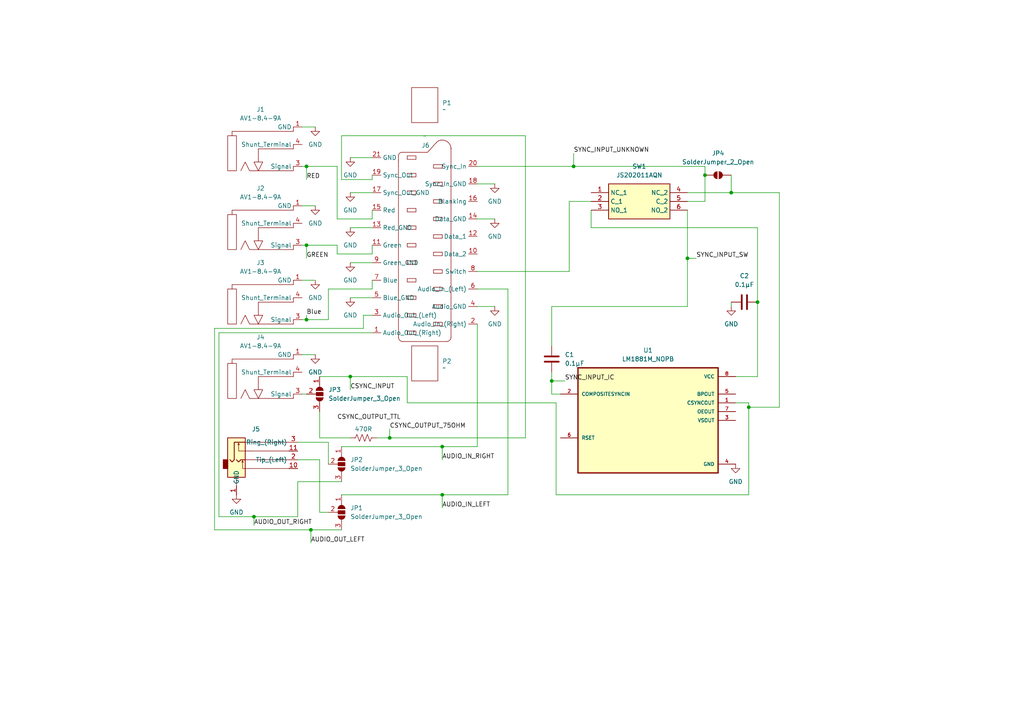
<source format=kicad_sch>
(kicad_sch (version 20250114) (generator "eeschema") (generator_version "9.0")
  (paper "A4")
  (lib_symbols
    (symbol "Custom_Connectors:1-RCA_972_(AV1-8.4-9A)"
      (property "Reference" "J" (at -17.018 8.89 0))
      (property "Value" "AV1-8.4-9A" (at -8.89 -5.588 0))
      (symbol "1-RCA_972_(AV1-8.4-9A)_0_1"
        (rectangle (start -21.59 6.35) (end -19.05 -3.81))
        (polyline (pts (xy -2.54 8.89) (xy -2.54 7.62)))
        (polyline (pts (xy -2.54 7.62) (xy -20.32 7.62) (xy -20.32 6.35)))
        (polyline (pts (xy -2.54 3.81) (xy -2.54 2.54)))
        (polyline (pts (xy -2.54 2.54) (xy -12.7 2.54) (xy -12.7 -1.27) (xy -13.97 -1.27) (xy -12.7 -3.81) (xy -11.43 -1.27) (xy -12.7 -1.27)))
        (polyline (pts (xy -2.54 -2.54) (xy -2.54 -3.81)))
        (polyline (pts (xy -2.54 -3.81) (xy -15.24 -3.81) (xy -16.51 -1.27) (xy -17.78 -3.81)))
      )
      (symbol "1-RCA_972_(AV1-8.4-9A)_1_1"
        (pin input line (at 0 8.89 180) (length 2.54) (name "GND") (number "1"))
        (pin input line (at 0 3.81 180) (length 2.54) (name "Shunt_Terminal") (number "4"))
        (pin input line (at 0 -2.54 180) (length 2.54) (name "Signal") (number "3"))
      )
    )
    (symbol "Custom_Connectors:Female_3.5mm_Stereo_SJ1-3525N"
      (property "Reference" "J" (at 0 0 0))
      (symbol "Female_3.5mm_Stereo_SJ1-3525N_0_1"
        (rectangle (start -7.62 6.35) (end -6.35 3.81) (stroke (width 0.254)) (fill (type outline)))
        (polyline (pts (xy -3.81 6.35) (xy -3.175 5.715) (xy -2.54 6.35) (xy -1.27 6.35)) (stroke (width 0.254)))
        (polyline (pts (xy -3.81 -1.27) (xy -3.81 1.27)))
        (polyline (pts (xy -3.175 11.176) (xy -2.921 10.668)))
        (polyline (pts (xy -2.032 6.096) (xy -1.778 5.588)))
        (rectangle (start -1.27 12.7) (end -6.35 1.27) (stroke (width 0.254)) (fill (type background)))
        (polyline (pts (xy -1.27 11.43) (xy -4.445 11.43) (xy -4.445 6.35) (xy -5.08 5.715) (xy -5.715 6.35)) (stroke (width 0.254)))
        (polyline (pts (xy -1.27 8.89) (xy 0 8.89)))
        (polyline (pts (xy -1.27 8.89) (xy -3.175 8.89) (xy -3.175 11.176) (xy -3.429 10.668)))
        (polyline (pts (xy -1.27 3.81) (xy 0 3.81)))
        (polyline (pts (xy -1.27 3.81) (xy -2.032 3.81) (xy -2.032 6.096) (xy -2.286 5.588)))
        (polyline (pts (xy 0 11.43) (xy -1.27 11.43)))
        (polyline (pts (xy 0 11.43) (xy 11.43 11.43)))
        (polyline (pts (xy 0 6.35) (xy -1.27 6.35)))
        (polyline (pts (xy 0 6.35) (xy 10.16 6.35)))
        (polyline (pts (xy 11.43 8.89) (xy 0 8.89)))
        (polyline (pts (xy 11.43 6.35) (xy 10.16 6.35)))
        (polyline (pts (xy 11.43 3.81) (xy 0 3.81)))
      )
      (symbol "Female_3.5mm_Stereo_SJ1-3525N_1_1"
        (pin passive line (at -3.81 -3.81 90) (length 2.54) (name "GND") (number "1"))
        (pin passive line (at 13.97 11.43 180) (length 2.54) (name "Ring_(Right)") (number "3"))
        (pin passive line (at 13.97 8.89 180) (length 2.54) (name "~") (number "11"))
        (pin passive line (at 13.97 6.35 180) (length 2.54) (name "Tip_(Left)") (number "2"))
        (pin passive line (at 13.97 3.81 180) (length 2.54) (name "~") (number "10"))
      )
    )
    (symbol "Custom_Connectors:SCART_Female_90_Reverse"
      (property "Reference" "J" (at 0 0 0))
      (symbol "SCART_Female_90_Reverse_0_1"
        (polyline (pts (xy -7.62 55.1434) (xy -7.62 56.4134)))
        (polyline (pts (xy -7.62 55.1434) (xy -7.62 54.61)))
        (polyline (pts (xy -7.62 53.34) (xy -7.62 54.61)))
        (polyline (pts (xy -7.62 53.34) (xy -7.62 3.81)))
        (polyline (pts (xy -6.604 57.4294) (xy 0.508 57.4294)))
        (arc (start -7.62 56.4134) (mid -7.3211 57.1305) (end -6.604 57.4294))
        (polyline (pts (xy -6.35 2.54) (xy 6.35 2.54)))
        (arc (start -6.35 2.54) (mid -7.248 2.912) (end -7.62 3.81))
        (rectangle (start -5.08 56.388) (end -2.54 55.372))
        (rectangle (start -5.08 51.308) (end -2.54 50.292))
        (rectangle (start -5.08 46.228) (end -2.54 45.212))
        (rectangle (start -5.08 41.148) (end -2.54 40.132))
        (rectangle (start -5.08 36.068) (end -2.54 35.052))
        (rectangle (start -5.08 30.988) (end -2.54 29.972))
        (rectangle (start -5.08 25.908) (end -2.54 24.892))
        (rectangle (start -5.08 20.828) (end -2.54 19.812))
        (rectangle (start -5.08 15.748) (end -2.54 14.732))
        (rectangle (start -5.08 10.668) (end -2.54 9.652))
        (rectangle (start -5.08 5.588) (end -2.54 4.572))
        (arc (start 1.2192 57.9374) (mid 0.9551 57.5487) (end 0.508 57.404))
        (rectangle (start 2.54 53.848) (end 5.08 52.832))
        (rectangle (start 2.54 48.768) (end 5.08 47.752))
        (rectangle (start 2.54 43.688) (end 5.08 42.672))
        (rectangle (start 2.54 38.608) (end 5.08 37.592))
        (rectangle (start 2.54 33.528) (end 5.08 32.512))
        (rectangle (start 2.54 28.448) (end 5.08 27.432))
        (rectangle (start 2.54 23.368) (end 5.08 22.352))
        (rectangle (start 2.54 18.288) (end 5.08 17.272))
        (rectangle (start 2.54 13.208) (end 5.08 12.192))
        (rectangle (start 2.54 8.128) (end 5.08 7.112))
        (polyline (pts (xy 3.302 60.198) (xy 1.27 57.912)))
        (arc (start 3.3782 60.1726) (mid 3.9998 60.7544) (end 4.826 60.96))
        (polyline (pts (xy 4.826 60.96) (xy 5.08 60.96)))
        (arc (start 5.08 60.96) (mid 6.8761 60.2161) (end 7.62 58.42))
        (arc (start 7.62 3.81) (mid 7.248 2.912) (end 6.35 2.54))
        (polyline (pts (xy 7.62 3.81) (xy 7.62 58.6994)))
      )
      (symbol "SCART_Female_90_Reverse_1_1"
        (pin passive line (at -15.24 55.88 0) (length 2.54) (name "GND") (number "21"))
        (pin passive line (at -15.24 50.8 0) (length 2.54) (name "Sync_Out") (number "19"))
        (pin passive line (at -15.24 45.72 0) (length 2.54) (name "Sync_Out_GND") (number "17"))
        (pin passive line (at -15.24 40.64 0) (length 2.54) (name "Red") (number "15"))
        (pin passive line (at -15.24 35.56 0) (length 2.54) (name "Red_GND") (number "13"))
        (pin passive line (at -15.24 30.48 0) (length 2.54) (name "Green") (number "11"))
        (pin passive line (at -15.24 25.4 0) (length 2.54) (name "Green_GND") (number "9"))
        (pin passive line (at -15.24 20.32 0) (length 2.54) (name "Blue") (number "7"))
        (pin passive line (at -15.24 15.24 0) (length 2.54) (name "Blue_GND") (number "5"))
        (pin passive line (at -15.24 10.16 0) (length 2.54) (name "Audio_Out_(Left)") (number "3"))
        (pin passive line (at -15.24 5.08 0) (length 2.54) (name "Audio_Out_(Right)") (number "1"))
        (pin passive line (at 15.24 53.34 180) (length 2.54) (name "Sync_In") (number "20"))
        (pin passive line (at 15.24 48.26 180) (length 2.54) (name "Sync_In_GND") (number "18"))
        (pin passive line (at 15.24 43.18 180) (length 2.54) (name "Blanking") (number "16"))
        (pin passive line (at 15.24 38.1 180) (length 2.54) (name "Data_GND") (number "14"))
        (pin passive line (at 15.24 33.02 180) (length 2.54) (name "Data_1") (number "12"))
        (pin passive line (at 15.24 27.94 180) (length 2.54) (name "Data_2") (number "10"))
        (pin passive line (at 15.24 22.86 180) (length 2.54) (name "Switch") (number "8"))
        (pin passive line (at 15.24 17.78 180) (length 2.54) (name "Audio_In_(Left)") (number "6"))
        (pin passive line (at 15.24 12.7 180) (length 2.54) (name "Audio_GND") (number "4"))
        (pin passive line (at 15.24 7.62 180) (length 2.54) (name "Audio_In_(Right)") (number "2"))
      )
    )
    (symbol "Custom_Hardware:PEM_M4_Post_SMTRAM4-9-7ET"
      (property "Reference" "P" (at 0 0 0))
      (symbol "PEM_M4_Post_SMTRAM4-9-7ET_0_1"
        (rectangle (start -3.81 5.08) (end 3.81 -5.08))
      )
    )
    (symbol "Custom_IC:LM1881M_NOPB" (pin_names (offset 1.016))
      (property "Reference" "U" (at -20.32 16.24 0))
      (property "Value" "LM1881M_NOPB" (at -9.144 -23.114 0))
      (symbol "LM1881M_NOPB_0_0"
        (rectangle (start -20.32 -15.24) (end 20.32 15.24) (stroke (width 0.41)) (fill (type background)))
        (pin input line (at -25.4 7.62 0) (length 5.08) (name "COMPOSITESYNCIN") (number "2"))
        (pin bidirectional line (at -25.4 -5.08 0) (length 5.08) (name "RSET") (number "6"))
        (pin power_in line (at 25.4 12.7 180) (length 5.08) (name "VCC") (number "8"))
        (pin output line (at 25.4 7.62 180) (length 5.08) (name "BPOUT") (number "5"))
        (pin output line (at 25.4 5.08 180) (length 5.08) (name "CSYNCOUT") (number "1"))
        (pin output line (at 25.4 2.54 180) (length 5.08) (name "OEOUT") (number "7"))
        (pin output line (at 25.4 0 180) (length 5.08) (name "VSOUT") (number "3"))
        (pin power_in line (at 25.4 -12.7 180) (length 5.08) (name "GND") (number "4"))
      )
    )
    (symbol "Custom_Switches:JS202011AQN"
      (property "Reference" "SW" (at 24.13 7.62 0))
      (property "Value" "JS202011AQN" (at 24.13 5.08 0))
      (symbol "JS202011AQN_1_1"
        (rectangle (start 5.08 2.54) (end 22.86 -7.62) (stroke (width 0.254)) (fill (type background)))
        (pin passive line (at 0 0 0) (length 5.08) (name "NC_1") (number "1"))
        (pin passive line (at 0 -2.54 0) (length 5.08) (name "C_1") (number "2"))
        (pin passive line (at 0 -5.08 0) (length 5.08) (name "NO_1") (number "3"))
        (pin passive line (at 27.94 0 180) (length 5.08) (name "NC_2") (number "4"))
        (pin passive line (at 27.94 -2.54 180) (length 5.08) (name "C_2") (number "5"))
        (pin passive line (at 27.94 -5.08 180) (length 5.08) (name "NO_2") (number "6"))
      )
    )
    (symbol "Device:C" (pin_numbers (hide yes)) (pin_names (offset 0.254))
      (property "Reference" "C" (at 0.635 2.54 0))
      (property "Value" "C" (at 0.635 -2.54 0))
      (symbol "C_0_1"
        (polyline (pts (xy -2.032 0.762) (xy 2.032 0.762)) (stroke (width 0.508)))
        (polyline (pts (xy -2.032 -0.762) (xy 2.032 -0.762)) (stroke (width 0.508)))
      )
      (symbol "C_1_1"
        (pin passive line (at 0 3.81 270) (length 2.794) (name "~") (number "1"))
        (pin passive line (at 0 -3.81 90) (length 2.794) (name "~") (number "2"))
      )
    )
    (symbol "Device:R_US" (pin_numbers (hide yes)) (pin_names (offset 0))
      (property "Reference" "R" (at 2.54 0 90))
      (property "Value" "R_US" (at -2.54 0 90))
      (symbol "R_US_0_1"
        (polyline (pts (xy 0 2.286) (xy 0 2.54)))
        (polyline (pts (xy 0 2.286) (xy 1.016 1.905) (xy 0 1.524) (xy -1.016 1.143) (xy 0 0.762)))
        (polyline (pts (xy 0 0.762) (xy 1.016 0.381) (xy 0 0) (xy -1.016 -0.381) (xy 0 -0.762)))
        (polyline (pts (xy 0 -0.762) (xy 1.016 -1.143) (xy 0 -1.524) (xy -1.016 -1.905) (xy 0 -2.286)))
        (polyline (pts (xy 0 -2.286) (xy 0 -2.54)))
      )
      (symbol "R_US_1_1"
        (pin passive line (at 0 3.81 270) (length 1.27) (name "~") (number "1"))
        (pin passive line (at 0 -3.81 90) (length 1.27) (name "~") (number "2"))
      )
    )
    (symbol "Jumper:SolderJumper_2_Open" (pin_numbers (hide yes)) (pin_names (offset 0) (hide yes)) (exclude_from_sim yes) (in_bom no)
      (property "Reference" "JP" (at 0 2.032 0))
      (property "Value" "SolderJumper_2_Open" (at 0 -2.54 0))
      (symbol "SolderJumper_2_Open_0_1"
        (polyline (pts (xy -0.254 1.016) (xy -0.254 -1.016)))
        (arc (start -0.254 -1.016) (mid -1.2656 0) (end -0.254 1.016))
        (arc (start -0.254 -1.016) (mid -1.2656 0) (end -0.254 1.016) (fill (type outline)))
        (arc (start 0.254 1.016) (mid 1.2656 0) (end 0.254 -1.016))
        (arc (start 0.254 1.016) (mid 1.2656 0) (end 0.254 -1.016) (fill (type outline)))
        (polyline (pts (xy 0.254 1.016) (xy 0.254 -1.016)))
      )
      (symbol "SolderJumper_2_Open_1_1"
        (pin passive line (at -3.81 0 0) (length 2.54) (name "A") (number "1"))
        (pin passive line (at 3.81 0 180) (length 2.54) (name "B") (number "2"))
      )
    )
    (symbol "Jumper:SolderJumper_3_Open" (pin_names (offset 0) (hide yes)) (exclude_from_sim yes) (in_bom no)
      (property "Reference" "JP" (at -2.54 -2.54 0))
      (property "Value" "SolderJumper_3_Open" (at 0 2.794 0))
      (symbol "SolderJumper_3_Open_0_1"
        (polyline (pts (xy -2.54 0) (xy -2.032 0)))
        (polyline (pts (xy -1.016 1.016) (xy -1.016 -1.016)))
        (arc (start -1.016 -1.016) (mid -2.0276 0) (end -1.016 1.016))
        (arc (start -1.016 -1.016) (mid -2.0276 0) (end -1.016 1.016) (fill (type outline)))
        (rectangle (start -0.508 1.016) (end 0.508 -1.016) (fill (type outline)))
        (polyline (pts (xy 0 -1.27) (xy 0 -1.016)))
        (arc (start 1.016 1.016) (mid 2.0276 0) (end 1.016 -1.016))
        (arc (start 1.016 1.016) (mid 2.0276 0) (end 1.016 -1.016) (fill (type outline)))
        (polyline (pts (xy 1.016 1.016) (xy 1.016 -1.016)))
        (polyline (pts (xy 2.54 0) (xy 2.032 0)))
      )
      (symbol "SolderJumper_3_Open_1_1"
        (pin passive line (at -5.08 0 0) (length 2.54) (name "A") (number "1"))
        (pin passive line (at 0 -3.81 90) (length 2.54) (name "C") (number "2"))
        (pin passive line (at 5.08 0 180) (length 2.54) (name "B") (number "3"))
      )
    )
    (symbol "power:GND" (power) (pin_numbers (hide yes)) (pin_names (offset 0) (hide yes))
      (property "Value" "GND" (at 0 -3.81 0))
      (symbol "GND_0_1"
        (polyline (pts (xy 0 0) (xy 0 -1.27) (xy 1.27 -1.27) (xy 0 -2.54) (xy -1.27 -1.27) (xy 0 -1.27)))
      )
      (symbol "GND_1_1"
        (pin power_in line (at 0 0 270) (length 0) (name "~") (number "1"))
      )
    )
  )
  (junction (at 204.47 50.8))
  (junction (at 199.39 74.93))
  (junction (at 73.66 149.86))
  (junction (at 219.71 87.63))
  (junction (at 160.02 110.49))
  (junction (at 113.03 127))
  (junction (at 101.6 109.22))
  (junction (at 217.17 118.11))
  (junction (at 90.17 153.67))
  (junction (at 128.27 129.54))
  (junction (at 88.9 71.12))
  (junction (at 88.9 92.71))
  (junction (at 88.9 48.26))
  (junction (at 212.09 55.88))
  (junction (at 166.37 48.26))
  (junction (at 128.27 143.51))
  (wire (pts (xy 138.43 93.98) (xy 138.43 129.54)))
  (wire (pts (xy 199.39 74.93) (xy 199.39 60.96)))
  (wire (pts (xy 99.06 39.37) (xy 99.06 52.07)))
  (wire (pts (xy 107.95 63.5) (xy 97.79 63.5)))
  (wire (pts (xy 107.95 91.44) (xy 105.41 91.44)))
  (wire (pts (xy 107.95 96.52) (xy 63.5 96.52)))
  (wire (pts (xy 217.17 118.11) (xy 217.17 116.84)))
  (wire (pts (xy 138.43 63.5) (xy 143.51 63.5)))
  (wire (pts (xy 138.43 78.74) (xy 165.1 78.74)))
  (wire (pts (xy 92.71 119.38) (xy 92.71 127)))
  (wire (pts (xy 88.9 48.26) (xy 88.9 52.07)))
  (wire (pts (xy 160.02 110.49) (xy 160.02 114.3)))
  (wire (pts (xy 217.17 116.84) (xy 213.36 116.84)))
  (wire (pts (xy 87.63 102.87) (xy 91.44 102.87)))
  (wire (pts (xy 166.37 44.45) (xy 166.37 48.26)))
  (wire (pts (xy 62.23 153.67) (xy 90.17 153.67)))
  (wire (pts (xy 212.09 87.63) (xy 212.09 88.9)))
  (wire (pts (xy 212.09 50.8) (xy 212.09 55.88)))
  (wire (pts (xy 95.25 134.62) (xy 95.25 128.27)))
  (wire (pts (xy 118.11 109.22) (xy 101.6 109.22)))
  (wire (pts (xy 105.41 91.44) (xy 105.41 95.25)))
  (wire (pts (xy 63.5 149.86) (xy 73.66 149.86)))
  (wire (pts (xy 101.6 55.88) (xy 107.95 55.88)))
  (wire (pts (xy 97.79 71.12) (xy 88.9 71.12)))
  (wire (pts (xy 109.22 127) (xy 113.03 127)))
  (wire (pts (xy 128.27 129.54) (xy 128.27 133.35)))
  (wire (pts (xy 88.9 92.71) (xy 87.63 92.71)))
  (wire (pts (xy 101.6 76.2) (xy 107.95 76.2)))
  (wire (pts (xy 107.95 73.66) (xy 97.79 73.66)))
  (wire (pts (xy 160.02 110.49) (xy 163.83 110.49)))
  (wire (pts (xy 63.5 96.52) (xy 63.5 149.86)))
  (wire (pts (xy 101.6 109.22) (xy 101.6 113.03)))
  (wire (pts (xy 88.9 48.26) (xy 97.79 48.26)))
  (wire (pts (xy 160.02 100.33) (xy 160.02 88.9)))
  (wire (pts (xy 147.32 83.82) (xy 147.32 143.51)))
  (wire (pts (xy 152.4 39.37) (xy 99.06 39.37)))
  (wire (pts (xy 90.17 153.67) (xy 90.17 157.48)))
  (wire (pts (xy 87.63 36.83) (xy 91.44 36.83)))
  (wire (pts (xy 90.17 153.67) (xy 99.06 153.67)))
  (wire (pts (xy 86.36 133.35) (xy 92.71 133.35)))
  (wire (pts (xy 107.95 83.82) (xy 95.25 83.82)))
  (wire (pts (xy 165.1 58.42) (xy 171.45 58.42)))
  (wire (pts (xy 87.63 59.69) (xy 91.44 59.69)))
  (wire (pts (xy 204.47 48.26) (xy 204.47 50.8)))
  (wire (pts (xy 128.27 129.54) (xy 138.43 129.54)))
  (wire (pts (xy 219.71 109.22) (xy 213.36 109.22)))
  (wire (pts (xy 204.47 50.8) (xy 204.47 58.42)))
  (wire (pts (xy 161.29 116.84) (xy 161.29 143.51)))
  (wire (pts (xy 86.36 139.7) (xy 99.06 139.7)))
  (wire (pts (xy 88.9 71.12) (xy 87.63 71.12)))
  (wire (pts (xy 105.41 95.25) (xy 62.23 95.25)))
  (wire (pts (xy 87.63 114.3) (xy 88.9 114.3)))
  (wire (pts (xy 73.66 149.86) (xy 86.36 149.86)))
  (wire (pts (xy 171.45 66.04) (xy 171.45 60.96)))
  (wire (pts (xy 97.79 73.66) (xy 97.79 71.12)))
  (wire (pts (xy 118.11 116.84) (xy 161.29 116.84)))
  (wire (pts (xy 217.17 143.51) (xy 217.17 118.11)))
  (wire (pts (xy 161.29 143.51) (xy 217.17 143.51)))
  (wire (pts (xy 101.6 45.72) (xy 107.95 45.72)))
  (wire (pts (xy 95.25 148.59) (xy 92.71 148.59)))
  (wire (pts (xy 138.43 48.26) (xy 166.37 48.26)))
  (wire (pts (xy 101.6 109.22) (xy 92.71 109.22)))
  (wire (pts (xy 165.1 78.74) (xy 165.1 58.42)))
  (wire (pts (xy 212.09 55.88) (xy 199.39 55.88)))
  (wire (pts (xy 87.63 81.28) (xy 91.44 81.28)))
  (wire (pts (xy 88.9 91.44) (xy 88.9 92.71)))
  (wire (pts (xy 128.27 143.51) (xy 128.27 147.32)))
  (wire (pts (xy 160.02 88.9) (xy 199.39 88.9)))
  (wire (pts (xy 152.4 127) (xy 152.4 39.37)))
  (wire (pts (xy 219.71 87.63) (xy 219.71 66.04)))
  (wire (pts (xy 166.37 48.26) (xy 204.47 48.26)))
  (wire (pts (xy 95.25 92.71) (xy 88.9 92.71)))
  (wire (pts (xy 219.71 109.22) (xy 219.71 87.63)))
  (wire (pts (xy 138.43 88.9) (xy 143.51 88.9)))
  (wire (pts (xy 107.95 60.96) (xy 107.95 63.5)))
  (wire (pts (xy 87.63 48.26) (xy 88.9 48.26)))
  (wire (pts (xy 118.11 116.84) (xy 118.11 109.22)))
  (wire (pts (xy 73.66 149.86) (xy 73.66 152.4)))
  (wire (pts (xy 86.36 149.86) (xy 86.36 139.7)))
  (wire (pts (xy 101.6 86.36) (xy 107.95 86.36)))
  (wire (pts (xy 199.39 74.93) (xy 201.93 74.93)))
  (wire (pts (xy 107.95 83.82) (xy 107.95 81.28)))
  (wire (pts (xy 204.47 58.42) (xy 199.39 58.42)))
  (wire (pts (xy 88.9 71.12) (xy 88.9 74.93)))
  (wire (pts (xy 62.23 95.25) (xy 62.23 153.67)))
  (wire (pts (xy 86.36 128.27) (xy 95.25 128.27)))
  (wire (pts (xy 138.43 53.34) (xy 143.51 53.34)))
  (wire (pts (xy 92.71 127) (xy 101.6 127)))
  (wire (pts (xy 219.71 66.04) (xy 171.45 66.04)))
  (wire (pts (xy 97.79 63.5) (xy 97.79 48.26)))
  (wire (pts (xy 162.56 114.3) (xy 160.02 114.3)))
  (wire (pts (xy 107.95 52.07) (xy 107.95 50.8)))
  (wire (pts (xy 99.06 143.51) (xy 128.27 143.51)))
  (wire (pts (xy 160.02 107.95) (xy 160.02 110.49)))
  (wire (pts (xy 99.06 129.54) (xy 128.27 129.54)))
  (wire (pts (xy 101.6 66.04) (xy 107.95 66.04)))
  (wire (pts (xy 217.17 118.11) (xy 226.06 118.11)))
  (wire (pts (xy 95.25 83.82) (xy 95.25 92.71)))
  (wire (pts (xy 226.06 55.88) (xy 212.09 55.88)))
  (wire (pts (xy 113.03 124.46) (xy 113.03 127)))
  (wire (pts (xy 99.06 52.07) (xy 107.95 52.07)))
  (wire (pts (xy 199.39 88.9) (xy 199.39 74.93)))
  (wire (pts (xy 226.06 55.88) (xy 226.06 118.11)))
  (wire (pts (xy 107.95 71.12) (xy 107.95 73.66)))
  (wire (pts (xy 128.27 143.51) (xy 147.32 143.51)))
  (wire (pts (xy 92.71 148.59) (xy 92.71 133.35)))
  (wire (pts (xy 138.43 83.82) (xy 147.32 83.82)))
  (wire (pts (xy 113.03 127) (xy 152.4 127)))
  (label "Blue" (at 88.9 91.44 0))
  (label "SYNC_INPUT_UNKNOWN" (at 166.37 44.45 0))
  (label "AUDIO_IN_RIGHT" (at 128.27 133.35 0))
  (label "AUDIO_OUT_LEFT" (at 90.17 157.48 0))
  (label "GREEN" (at 88.9 74.93 0))
  (label "CSYNC_OUTPUT_75OHM" (at 113.03 124.46 0))
  (label "AUDIO_OUT_RIGHT" (at 73.66 152.4 0))
  (label "RED" (at 88.9 52.07 0))
  (label "CSYNC_INPUT" (at 101.6 113.03 0))
  (label "AUDIO_IN_LEFT" (at 128.27 147.32 0))
  (label "SYNC_INPUT_IC" (at 163.83 110.49 0))
  (label "SYNC_INPUT_SW" (at 201.93 74.93 0))
  (label "CSYNC_OUTPUT_TTL" (at 97.79 121.92 0))
  (symbol (lib_id "power:GND") (at 101.6 55.88 0) (unit 1)
    (property "Reference" "#PWR07" (effects (hide yes)))
    (property "Value" "GND" (at 101.6 60.96 0))
    (property "Description" "Power symbol creates a global label with name \"GND\" , ground" (effects (hide yes)))
  )
  (symbol (lib_id "power:GND") (at 101.6 76.2 0) (unit 1)
    (property "Reference" "#PWR012" (effects (hide yes)))
    (property "Value" "GND" (at 101.6 81.28 0))
    (property "Description" "Power symbol creates a global label with name \"GND\" , ground" (effects (hide yes)))
  )
  (symbol (lib_id "Custom_Connectors:SCART_Female_90_Reverse") (at 123.19 101.6 0) (unit 1)
    (property "Reference" "J6" (at 123.444 42.164 0))
    (property "Value" "~" (at 123.19 39.37 0))
    (property "Footprint" "Custom_Connectors:Female_SCART_Reversed_(90)" (effects (hide yes)))
  )
  (symbol (lib_id "power:GND") (at 101.6 45.72 0) (unit 1)
    (property "Reference" "#PWR06" (effects (hide yes)))
    (property "Value" "GND" (at 101.6 50.8 0))
    (property "Description" "Power symbol creates a global label with name \"GND\" , ground" (effects (hide yes)))
  )
  (symbol (lib_id "Custom_Connectors:Female_3.5mm_Stereo_SJ1-3525N") (at 72.39 139.7 0) (unit 1)
    (property "Reference" "J5" (at 74.2315 124.46 0))
    (property "Footprint" "Custom_Connectors:Female_Stereo_3.5mm_SJ1-3525N" (effects (hide yes)))
  )
  (symbol (lib_id "Device:C") (at 215.9 87.63 90) (unit 1)
    (property "Reference" "C2" (at 215.9 80.01 90))
    (property "Value" "0.1µF" (at 215.9 82.55 90))
    (property "Footprint" "Capacitor_SMD:C_0805_2012Metric_Pad1.18x1.45mm_HandSolder" (effects (hide yes)))
    (property "Description" "Unpolarized capacitor" (effects (hide yes)))
  )
  (symbol (lib_id "Custom_Connectors:1-RCA_972_(AV1-8.4-9A)") (at 87.63 111.76 0) (unit 1)
    (property "Reference" "J4" (at 75.565 97.79 0))
    (property "Value" "AV1-8.4-9A" (at 75.565 100.33 0))
    (property "Footprint" "Custom_Connectors:1-RCA 972 (AV1-8.4-91)" (effects (hide yes)))
    (property "Datasheet" "https://www.keyelco.com/userAssets/file/M65p106.pdf" (effects (hide yes)))
  )
  (symbol (lib_id "Custom_Connectors:1-RCA_972_(AV1-8.4-9A)") (at 87.63 90.17 0) (unit 1)
    (property "Reference" "J3" (at 75.565 76.2 0))
    (property "Value" "AV1-8.4-9A" (at 75.565 78.74 0))
    (property "Footprint" "Custom_Connectors:1-RCA 972 (AV1-8.4-91)" (effects (hide yes)))
    (property "Datasheet" "https://www.keyelco.com/userAssets/file/M65p106.pdf" (effects (hide yes)))
  )
  (symbol (lib_id "power:GND") (at 91.44 102.87 0) (unit 1)
    (property "Reference" "#PWR01" (effects (hide yes)))
    (property "Value" "GND" (at 91.44 107.95 0))
    (property "Description" "Power symbol creates a global label with name \"GND\" , ground" (effects (hide yes)))
  )
  (symbol (lib_id "Custom_Hardware:PEM_M4_Post_SMTRAM4-9-7ET") (at 123.19 105.41 0) (unit 1)
    (property "Reference" "P2" (at 128.27 104.7749 0) (effects (justify left)))
    (property "Value" "~" (at 128.27 106.68 0) (effects (justify left)))
    (property "Footprint" "Custom_Hardware:PEM M4 Post SMTRAM4-9-7ET" (effects (hide yes)))
  )
  (symbol (lib_id "power:GND") (at 91.44 81.28 0) (unit 1)
    (property "Reference" "#PWR09" (effects (hide yes)))
    (property "Value" "GND" (at 91.44 86.36 0))
    (property "Description" "Power symbol creates a global label with name \"GND\" , ground" (effects (hide yes)))
  )
  (symbol (lib_id "power:GND") (at 68.58 143.51 0) (unit 1)
    (property "Reference" "#PWR013" (effects (hide yes)))
    (property "Value" "GND" (at 68.58 148.59 0))
    (property "Description" "Power symbol creates a global label with name \"GND\" , ground" (effects (hide yes)))
  )
  (symbol (lib_id "Device:R_US") (at 105.41 127 90) (unit 1)
    (property "Reference" "R1" (effects (hide yes)))
    (property "Value" "470R" (at 105.41 124.46 90))
    (property "Footprint" "Resistor_SMD:R_0805_2012Metric_Pad1.20x1.40mm_HandSolder" (effects (hide yes)))
    (property "Description" "Resistor, US symbol" (effects (hide yes)))
  )
  (symbol (lib_id "Custom_Switches:JS202011AQN") (at 171.45 55.88 0) (unit 1)
    (property "Reference" "SW1" (at 185.42 48.26 0))
    (property "Value" "JS202011AQN" (at 185.42 50.8 0))
    (property "Footprint" "Custom_Switches:JS202011AQN" (effects (hide yes)))
    (property "Datasheet" "https://www.ckswitches.com/media/1422/js.pdf" (effects (hide yes)))
    (property "Description" "SWITCH SLIDE SPDT 300MA 6V" (effects (hide yes)))
    (property "Height" "3" (effects (hide yes)))
    (property "Mouser Part Number" "611-JS202011AQN" (effects (hide yes)))
    (property "Mouser Price/Stock" "https://www.mouser.co.uk/ProductDetail/CK/JS202011AQN?qs=LgMIjt8LuD%252Bmsz6wAeWWtQ%3D%3D" (effects (hide yes)))
    (property "Manufacturer_Name" "C & K COMPONENTS" (effects (hide yes)))
    (property "Manufacturer_Part_Number" "JS202011AQN" (effects (hide yes)))
  )
  (symbol (lib_id "power:GND") (at 143.51 63.5 0) (unit 1)
    (property "Reference" "#PWR03" (effects (hide yes)))
    (property "Value" "GND" (at 143.51 68.58 0))
    (property "Description" "Power symbol creates a global label with name \"GND\" , ground" (effects (hide yes)))
  )
  (symbol (lib_id "power:GND") (at 213.36 134.62 0) (unit 1)
    (property "Reference" "#PWR014" (effects (hide yes)))
    (property "Value" "GND" (at 213.36 139.7 0))
    (property "Description" "Power symbol creates a global label with name \"GND\" , ground" (effects (hide yes)))
  )
  (symbol (lib_id "power:GND") (at 91.44 59.69 0) (unit 1)
    (property "Reference" "#PWR010" (effects (hide yes)))
    (property "Value" "GND" (at 91.44 64.77 0))
    (property "Description" "Power symbol creates a global label with name \"GND\" , ground" (effects (hide yes)))
  )
  (symbol (lib_id "Jumper:SolderJumper_3_Open") (at 99.06 148.59 270) (unit 1) (exclude_from_sim yes) (in_bom no)
    (property "Reference" "JP1" (at 101.6 147.3199 90) (effects (justify left)))
    (property "Value" "SolderJumper_3_Open" (at 101.6 149.8599 90) (effects (justify left)))
    (property "Footprint" "Custom_Jumpers:Solder Jumper Small 3-Way" (effects (hide yes)))
    (property "Description" "Solder Jumper, 3-pole, open" (effects (hide yes)))
  )
  (symbol (lib_id "power:GND") (at 91.44 36.83 0) (unit 1)
    (property "Reference" "#PWR011" (effects (hide yes)))
    (property "Value" "GND" (at 91.44 41.91 0))
    (property "Description" "Power symbol creates a global label with name \"GND\" , ground" (effects (hide yes)))
  )
  (symbol (lib_id "power:GND") (at 101.6 86.36 0) (unit 1)
    (property "Reference" "#PWR08" (effects (hide yes)))
    (property "Value" "GND" (at 101.6 91.44 0))
    (property "Description" "Power symbol creates a global label with name \"GND\" , ground" (effects (hide yes)))
  )
  (symbol (lib_id "Jumper:SolderJumper_3_Open") (at 99.06 134.62 270) (unit 1) (exclude_from_sim yes) (in_bom no)
    (property "Reference" "JP2" (at 101.6 133.3499 90) (effects (justify left)))
    (property "Value" "SolderJumper_3_Open" (at 101.6 135.8899 90) (effects (justify left)))
    (property "Footprint" "Custom_Jumpers:Solder Jumper Small 3-Way" (effects (hide yes)))
    (property "Description" "Solder Jumper, 3-pole, open" (effects (hide yes)))
  )
  (symbol (lib_id "Custom_Hardware:PEM_M4_Post_SMTRAM4-9-7ET") (at 123.19 30.48 0) (unit 1)
    (property "Reference" "P1" (at 128.27 29.8449 0) (effects (justify left)))
    (property "Value" "~" (at 128.27 31.75 0) (effects (justify left)))
    (property "Footprint" "Custom_Hardware:PEM M4 Post SMTRAM4-9-7ET" (effects (hide yes)))
  )
  (symbol (lib_id "power:GND") (at 212.09 88.9 0) (unit 1)
    (property "Reference" "#PWR015" (effects (hide yes)))
    (property "Value" "GND" (at 212.09 93.98 0))
    (property "Description" "Power symbol creates a global label with name \"GND\" , ground" (effects (hide yes)))
  )
  (symbol (lib_id "power:GND") (at 143.51 53.34 0) (unit 1)
    (property "Reference" "#PWR02" (effects (hide yes)))
    (property "Value" "GND" (at 143.51 58.42 0))
    (property "Description" "Power symbol creates a global label with name \"GND\" , ground" (effects (hide yes)))
  )
  (symbol (lib_id "Custom_Connectors:1-RCA_972_(AV1-8.4-9A)") (at 87.63 68.58 0) (unit 1)
    (property "Reference" "J2" (at 75.565 54.61 0))
    (property "Value" "AV1-8.4-9A" (at 75.565 57.15 0))
    (property "Footprint" "Custom_Connectors:1-RCA 972 (AV1-8.4-91)" (effects (hide yes)))
    (property "Datasheet" "https://www.keyelco.com/userAssets/file/M65p106.pdf" (effects (hide yes)))
  )
  (symbol (lib_id "power:GND") (at 101.6 66.04 0) (unit 1)
    (property "Reference" "#PWR05" (effects (hide yes)))
    (property "Value" "GND" (at 101.6 71.12 0))
    (property "Description" "Power symbol creates a global label with name \"GND\" , ground" (effects (hide yes)))
  )
  (symbol (lib_id "Jumper:SolderJumper_2_Open") (at 208.28 50.8 0) (unit 1) (exclude_from_sim yes) (in_bom no)
    (property "Reference" "JP4" (at 208.28 44.45 0))
    (property "Value" "SolderJumper_2_Open" (at 208.28 46.99 0))
    (property "Footprint" "Custom_Jumpers:Jumper Small (1.5x1mm)" (effects (hide yes)))
    (property "Description" "Solder Jumper, 2-pole, open" (effects (hide yes)))
  )
  (symbol (lib_id "Custom_IC:LM1881M_NOPB") (at 187.96 121.92 0) (unit 1)
    (property "Reference" "U1" (at 187.96 101.6 0))
    (property "Value" "LM1881M_NOPB" (at 187.96 104.14 0))
    (property "Footprint" "Custom_IC:LM1881M" (effects (hide yes)))
    (property "MF" "Texas Instruments" (effects (hide yes)))
    (property "Package" "SOIC-8 Texas Instruments" (effects (hide yes)))
    (property "MP" "LM1881M/NOPB" (effects (hide yes)))
  )
  (symbol (lib_id "Jumper:SolderJumper_3_Open") (at 92.71 114.3 270) (unit 1) (exclude_from_sim yes) (in_bom no)
    (property "Reference" "JP3" (at 95.25 113.0299 90) (effects (justify left)))
    (property "Value" "SolderJumper_3_Open" (at 95.25 115.5699 90) (effects (justify left)))
    (property "Footprint" "Custom_Jumpers:Solder Jumper Small 3-Way" (effects (hide yes)))
    (property "Description" "Solder Jumper, 3-pole, open" (effects (hide yes)))
  )
  (symbol (lib_id "Device:C") (at 160.02 104.14 0) (unit 1)
    (property "Reference" "C1" (at 163.83 102.8699 0) (effects (justify left)))
    (property "Value" "0.1µF" (at 163.83 105.4099 0) (effects (justify left)))
    (property "Footprint" "Capacitor_SMD:C_0805_2012Metric_Pad1.18x1.45mm_HandSolder" (effects (hide yes)))
    (property "Description" "Unpolarized capacitor" (effects (hide yes)))
  )
  (symbol (lib_id "Custom_Connectors:1-RCA_972_(AV1-8.4-9A)") (at 87.63 45.72 0) (unit 1)
    (property "Reference" "J1" (at 75.565 31.75 0))
    (property "Value" "AV1-8.4-9A" (at 75.565 34.29 0))
    (property "Footprint" "Custom_Connectors:1-RCA 972 (AV1-8.4-91)" (effects (hide yes)))
    (property "Datasheet" "https://www.keyelco.com/userAssets/file/M65p106.pdf" (effects (hide yes)))
  )
  (symbol (lib_id "power:GND") (at 143.51 88.9 0) (unit 1)
    (property "Reference" "#PWR04" (effects (hide yes)))
    (property "Value" "GND" (at 143.51 93.98 0))
    (property "Description" "Power symbol creates a global label with name \"GND\" , ground" (effects (hide yes)))
  )
)
</source>
